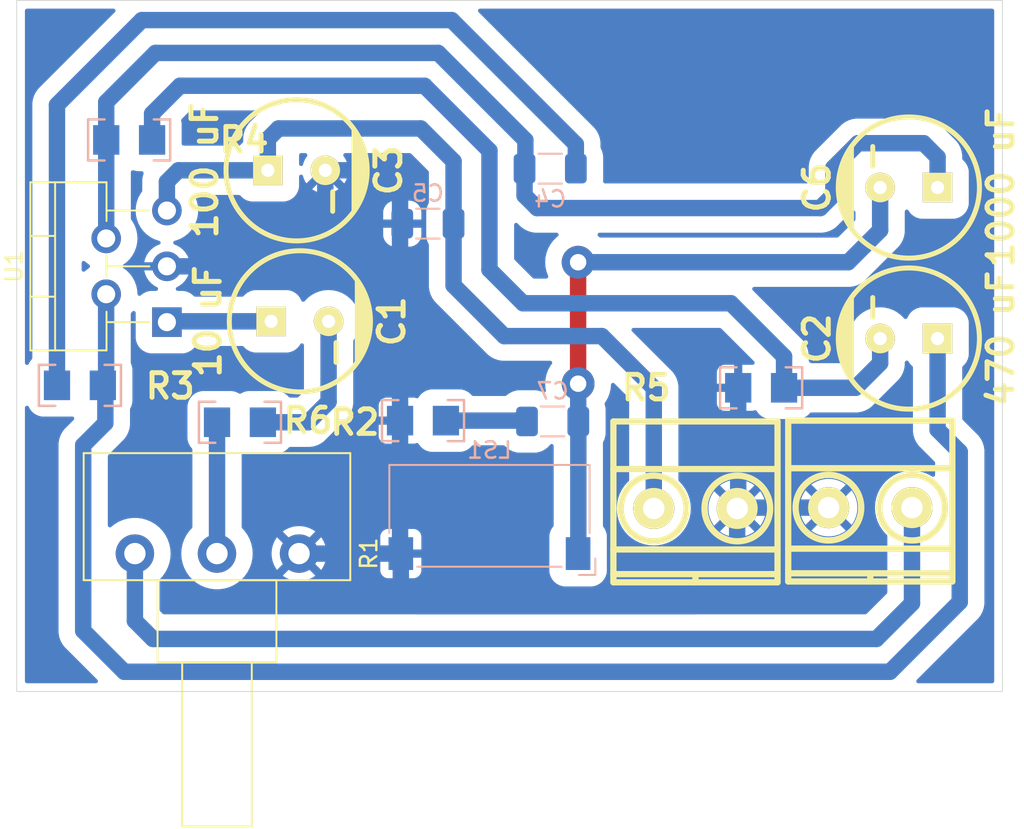
<source format=kicad_pcb>
(kicad_pcb (version 20240108) (generator "pcbnew") (generator_version "8.0")
  (layers (0 "F.Cu" signal) (31 "B.Cu" signal) (34 "B.Paste" user) (35 "F.Paste" user) (36 "B.SilkS" user "B.Silkscreen") (37 "F.SilkS" user "F.Silkscreen") (38 "B.Mask" user) (39 "F.Mask" user) (44 "Edge.Cuts" user))
  (net 0 "")
  (net 1 "Net-(C1-Pad2)")
  (net 2 "Net-(U1--)")
  (net 3 "Net-(C2-Pad2)")
  (net 4 "GND")
  (net 5 "Net-(J2-Pin_1)")
  (net 6 "Net-(C4-Pad2)")
  (net 7 "Net-(U1-+)")
  (net 8 "Net-(C4-Pad1)")
  (net 9 "Net-(C6-Pad2)")
  (net 10 "Net-(C7-Pad2)")
  (net 11 "Net-(J1-Pin_2)")
  (net 12 "Net-(R1-Pad2)")
  (footprint "EESTN5:CAP_ELEC_8x11.5mm" (layer "F.Cu") (at 110.3 76.85 90)
    (property "Reference" "C6" (at 0 -5.6 270) (layer "F.SilkS") (effects (font (size 1.524 1.524) (thickness 0.3048))))
    (property "Value" "1000 uF" (at 0 5.6 270) (layer "F.SilkS") (effects (font (size 1.524 1.524) (thickness 0.3048))))
    (fp_line (start -0.8 -4.1) (end 0.9 -4.1) (stroke (width 0.3048)) (layer "F.SilkS"))
    (fp_line (start -1.4 -3.9) (end 1.4 -3.9) (stroke (width 0.3048)) (layer "F.SilkS"))
    (fp_line (start -1.8 -3.7) (end 1.8 -3.7) (stroke (width 0.3048)) (layer "F.SilkS"))
    (fp_line (start -2.4 -3.5) (end 2.4 -3.5) (stroke (width 0.3048)) (layer "F.SilkS"))
    (fp_line (start 1.3 -2.2) (end 2.5 -2.2) (stroke (width 0.3)) (layer "F.SilkS"))
    (fp_circle (center 0 0) (end -4.3 0) (stroke (width 0.3048)) (fill none) (layer "F.SilkS"))
    (pad "1" thru_hole rect (at 0 1.75 90) (size 1.8 1.8) (drill 0.8) (layers "*.Cu" "*.Mask" "F.SilkS") (net 8 "Net-(C4-Pad1)"))
    (pad "2" thru_hole circle (at 0 -1.75 90) (size 1.8 1.8) (drill 0.8) (layers "*.Cu" "*.Mask" "F.SilkS") (net 9 "Net-(C6-Pad2)"))
  )
  (footprint "EESTN5:CAP_ELEC_8x11.5mm" (layer "F.Cu") (at 73.2 85 -90)
    (property "Reference" "C1" (at 0 -5.6 90) (layer "F.SilkS") (effects (font (size 1.524 1.524) (thickness 0.3048))))
    (property "Value" "10 uF" (at 0 5.6 90) (layer "F.SilkS") (effects (font (size 1.524 1.524) (thickness 0.3048))))
    (fp_line (start 1.3 -2.2) (end 2.5 -2.2) (stroke (width 0.3)) (layer "F.SilkS"))
    (fp_line (start -2.4 -3.5) (end 2.4 -3.5) (stroke (width 0.3048)) (layer "F.SilkS"))
    (fp_line (start -1.8 -3.7) (end 1.8 -3.7) (stroke (width 0.3048)) (layer "F.SilkS"))
    (fp_line (start -1.4 -3.9) (end 1.4 -3.9) (stroke (width 0.3048)) (layer "F.SilkS"))
    (fp_line (start -0.8 -4.1) (end 0.9 -4.1) (stroke (width 0.3048)) (layer "F.SilkS"))
    (fp_circle (center 0 0) (end -4.3 0) (stroke (width 0.3048)) (fill none) (layer "F.SilkS"))
    (pad "1" thru_hole rect (at 0 1.75 270) (size 1.8 1.8) (drill 0.8) (layers "*.Cu" "*.Mask" "F.SilkS") (net 7 "Net-(U1-+)"))
    (pad "2" thru_hole circle (at 0 -1.75 270) (size 1.8 1.8) (drill 0.8) (layers "*.Cu" "*.Mask" "F.SilkS") (net 1 "Net-(C1-Pad2)"))
  )
  (footprint "EESTN5:BORNERA2" (layer "F.Cu") (at 107.95 96.35)
    (property "Reference" "J1" (hide yes))
    (property "Value" "Screw_Terminal_01x02" (hide yes))
    (fp_line (start -5 -5.3) (end -5 4.5) (stroke (width 0.381)) (layer "F.SilkS"))
    (fp_line (start -5 -2.4) (end 5 -2.4) (stroke (width 0.381)) (layer "F.SilkS"))
    (fp_line (start -5 2.5) (end 5 2.5) (stroke (width 0.381)) (layer "F.SilkS"))
    (fp_line (start -5 4) (end 5 4) (stroke (width 0.381)) (layer "F.SilkS"))
    (fp_line (start -5 4.5) (end 5 4.5) (stroke (width 0.381)) (layer "F.SilkS"))
    (fp_line (start 0 4) (end 0 4.5) (stroke (width 0.381)) (layer "F.SilkS"))
    (fp_line (start 5 -5.3) (end -5 -5.3) (stroke (width 0.381)) (layer "F.SilkS"))
    (fp_line (start 5 4.5) (end 5 -5.3) (stroke (width 0.381)) (layer "F.SilkS"))
    (fp_circle (center -2.55 0) (end -0.55 0) (stroke (width 0.381)) (fill none) (layer "F.SilkS"))
    (fp_circle (center 2.55 0) (end 0.55 0) (stroke (width 0.381)) (fill none) (layer "F.SilkS"))
    (pad "1" thru_hole circle (at -2.54 0) (size 2.5 2.5) (drill 1.3) (layers "*.Cu" "*.Mask" "F.SilkS") (net 4 "GND"))
    (pad "2" thru_hole circle (at 2.54 0) (size 2.5 2.5) (drill 1.3) (layers "*.Cu" "*.Mask" "F.SilkS") (net 11 "Net-(J1-Pin_2)"))
  )
  (footprint "Package_TO_SOT_THT:TO-220-5_P3.4x3.7mm_StaggerOdd_Lead3.8mm_Vertical" (layer "F.Cu") (at 65.1 85.05 90)
    (property "Reference" "U1" (at 3.4 -9.32 270) (layer "F.SilkS"))
    (property "Value" "TDA2003")
    (fp_line (start 8.52 -8.32) (end 8.52 -3.679) (stroke (width 0.12)) (layer "F.SilkS"))
    (fp_line (start 5.25 -8.32) (end 5.25 -6.811) (stroke (width 0.12)) (layer "F.SilkS"))
    (fp_line (start 1.55 -8.32) (end 1.55 -6.811) (stroke (width 0.12)) (layer "F.SilkS"))
    (fp_line (start -1.721 -8.32) (end 8.52 -8.32) (stroke (width 0.12)) (layer "F.SilkS"))
    (fp_line (start -1.721 -8.32) (end -1.721 -3.679) (stroke (width 0.12)) (layer "F.SilkS"))
    (fp_line (start -1.721 -6.811) (end 8.52 -6.811) (stroke (width 0.12)) (layer "F.SilkS"))
    (fp_line (start 6.8 -3.679) (end 6.8 -1.065) (stroke (width 0.12)) (layer "F.SilkS"))
    (fp_line (start 6.165 -3.679) (end 8.52 -3.679) (stroke (width 0.12)) (layer "F.SilkS"))
    (fp_line (start 3.4 -3.679) (end 3.4 -1.065) (stroke (width 0.12)) (layer "F.SilkS"))
    (fp_line (start 2.765 -3.679) (end 4.035 -3.679) (stroke (width 0.12)) (layer "F.SilkS"))
    (fp_line (start 0 -3.679) (end 0 -1.049) (stroke (width 0.12)) (layer "F.SilkS"))
    (fp_line (start -1.721 -3.679) (end 0.635 -3.679) (stroke (width 0.12)) (layer "F.SilkS"))
    (pad "1" thru_hole rect (at 0 0 90) (size 1.8 1.8) (drill 1.1) (layers "*.Cu" "*.Mask") (net 7 "Net-(U1-+)"))
    (pad "2" thru_hole oval (at 1.7 -3.7 90) (size 1.8 1.8) (drill 1.1) (layers "*.Cu" "*.Mask") (net 2 "Net-(U1--)"))
    (pad "3" thru_hole oval (at 3.4 0 90) (size 1.8 1.8) (drill 1.1) (layers "*.Cu" "*.Mask") (net 4 "GND"))
    (pad "4" thru_hole oval (at 5.1 -3.7 90) (size 1.8 1.8) (drill 1.1) (layers "*.Cu" "*.Mask") (net 8 "Net-(C4-Pad1)"))
    (pad "5" thru_hole oval (at 6.8 0 90) (size 1.8 1.8) (drill 1.1) (layers "*.Cu" "*.Mask") (net 5 "Net-(J2-Pin_1)"))
  )
  (footprint "Potentiometer_THT:Potentiometer_Piher_T-16H_Single_Horizontal" (layer "F.Cu") (at 63.15 99.15 -90)
    (property "Reference" "R1" (at 0 -14.25 90) (layer "F.SilkS"))
    (property "Value" "POT")
    (fp_line (start -6.12 3.12) (end 1.62 3.12) (stroke (width 0.12)) (layer "F.SilkS"))
    (fp_line (start 1.62 -1.38) (end 6.62 -1.38) (stroke (width 0.12)) (layer "F.SilkS"))
    (fp_line (start 6.62 -2.88) (end 16.62 -2.88) (stroke (width 0.12)) (layer "F.SilkS"))
    (fp_line (start 6.62 -7.12) (end 6.62 -2.88) (stroke (width 0.12)) (layer "F.SilkS"))
    (fp_line (start 6.62 -7.12) (end 16.62 -7.12) (stroke (width 0.12)) (layer "F.SilkS"))
    (fp_line (start 16.62 -7.12) (end 16.62 -2.88) (stroke (width 0.12)) (layer "F.SilkS"))
    (fp_line (start 1.62 -8.62) (end 1.62 -1.38) (stroke (width 0.12)) (layer "F.SilkS"))
    (fp_line (start 1.62 -8.62) (end 6.62 -8.62) (stroke (width 0.12)) (layer "F.SilkS"))
    (fp_line (start 6.62 -8.62) (end 6.62 -1.38) (stroke (width 0.12)) (layer "F.SilkS"))
    (fp_line (start -6.12 -13.12) (end -6.12 3.12) (stroke (width 0.12)) (layer "F.SilkS"))
    (fp_line (start -6.12 -13.12) (end 1.62 -13.12) (stroke (width 0.12)) (layer "F.SilkS"))
    (fp_line (start 1.62 -13.12) (end 1.62 3.12) (stroke (width 0.12)) (layer "F.SilkS"))
    (pad "1" thru_hole circle (at 0 0 270) (size 2.34 2.34) (drill 1.3) (layers "*.Cu" "*.Mask") (net 11 "Net-(J1-Pin_2)"))
    (pad "2" thru_hole circle (at 0 -5 270) (size 2.34 2.34) (drill 1.3) (layers "*.Cu" "*.Mask") (net 12 "Net-(R1-Pad2)"))
    (pad "3" thru_hole circle (at 0 -10 270) (size 2.34 2.34) (drill 1.3) (layers "*.Cu" "*.Mask") (net 4 "GND"))
  )
  (footprint "EESTN5:CAP_ELEC_8x11.5mm" (layer "F.Cu") (at 110.3 86.05 90)
    (property "Reference" "C2" (at 0 -5.6 270) (layer "F.SilkS") (effects (font (size 1.524 1.524) (thickness 0.3048))))
    (property "Value" "470 uF" (at 0 5.6 270) (layer "F.SilkS") (effects (font (size 1.524 1.524) (thickness 0.3048))))
    (fp_line (start -0.8 -4.1) (end 0.9 -4.1) (stroke (width 0.3048)) (layer "F.SilkS"))
    (fp_line (start -1.4 -3.9) (end 1.4 -3.9) (stroke (width 0.3048)) (layer "F.SilkS"))
    (fp_line (start -1.8 -3.7) (end 1.8 -3.7) (stroke (width 0.3048)) (layer "F.SilkS"))
    (fp_line (start -2.4 -3.5) (end 2.4 -3.5) (stroke (width 0.3048)) (layer "F.SilkS"))
    (fp_line (start 1.3 -2.2) (end 2.5 -2.2) (stroke (width 0.3)) (layer "F.SilkS"))
    (fp_circle (center 0 0) (end -4.3 0) (stroke (width 0.3048)) (fill none) (layer "F.SilkS"))
    (pad "1" thru_hole rect (at 0 1.75 90) (size 1.8 1.8) (drill 0.8) (layers "*.Cu" "*.Mask" "F.SilkS") (net 2 "Net-(U1--)"))
    (pad "2" thru_hole circle (at 0 -1.75 90) (size 1.8 1.8) (drill 0.8) (layers "*.Cu" "*.Mask" "F.SilkS") (net 3 "Net-(C2-Pad2)"))
  )
  (footprint "EESTN5:CAP_ELEC_8x11.5mm" (layer "F.Cu") (at 73 75.8 -90)
    (property "Reference" "C3" (at 0 -5.6 90) (layer "F.SilkS") (effects (font (size 1.524 1.524) (thickness 0.3048))))
    (property "Value" "100 uF" (at 0 5.6 90) (layer "F.SilkS") (effects (font (size 1.524 1.524) (thickness 0.3048))))
    (fp_line (start 1.3 -2.2) (end 2.5 -2.2) (stroke (width 0.3)) (layer "F.SilkS"))
    (fp_line (start -2.4 -3.5) (end 2.4 -3.5) (stroke (width 0.3048)) (layer "F.SilkS"))
    (fp_line (start -1.8 -3.7) (end 1.8 -3.7) (stroke (width 0.3048)) (layer "F.SilkS"))
    (fp_line (start -1.4 -3.9) (end 1.4 -3.9) (stroke (width 0.3048)) (layer "F.SilkS"))
    (fp_line (start -0.8 -4.1) (end 0.9 -4.1) (stroke (width 0.3048)) (layer "F.SilkS"))
    (fp_circle (center 0 0) (end -4.3 0) (stroke (width 0.3048)) (fill none) (layer "F.SilkS"))
    (pad "1" thru_hole rect (at 0 1.75 270) (size 1.8 1.8) (drill 0.8) (layers "*.Cu" "*.Mask" "F.SilkS") (net 5 "Net-(J2-Pin_1)"))
    (pad "2" thru_hole circle (at 0 -1.75 270) (size 1.8 1.8) (drill 0.8) (layers "*.Cu" "*.Mask" "F.SilkS") (net 4 "GND"))
  )
  (footprint "EESTN5:BORNERA2" (layer "F.Cu") (at 97.3 96.4)
    (property "Reference" "J2" (hide yes))
    (property "Value" "Screw_Terminal_01x02" (hide yes))
    (fp_line (start -5 -5.3) (end -5 4.5) (stroke (width 0.381)) (layer "F.SilkS"))
    (fp_line (start -5 -2.4) (end 5 -2.4) (stroke (width 0.381)) (layer "F.SilkS"))
    (fp_line (start -5 2.5) (end 5 2.5) (stroke (width 0.381)) (layer "F.SilkS"))
    (fp_line (start -5 4) (end 5 4) (stroke (width 0.381)) (layer "F.SilkS"))
    (fp_line (start -5 4.5) (end 5 4.5) (stroke (width 0.381)) (layer "F.SilkS"))
    (fp_line (start 0 4) (end 0 4.5) (stroke (width 0.381)) (layer "F.SilkS"))
    (fp_line (start 5 -5.3) (end -5 -5.3) (stroke (width 0.381)) (layer "F.SilkS"))
    (fp_line (start 5 4.5) (end 5 -5.3) (stroke (width 0.381)) (layer "F.SilkS"))
    (fp_circle (center -2.55 0) (end -0.55 0) (stroke (width 0.381)) (fill none) (layer "F.SilkS"))
    (fp_circle (center 2.55 0) (end 0.55 0) (stroke (width 0.381)) (fill none) (layer "F.SilkS"))
    (pad "1" thru_hole circle (at -2.54 0) (size 2.5 2.5) (drill 1.3) (layers "*.Cu" "*.Mask" "F.SilkS") (net 5 "Net-(J2-Pin_1)"))
    (pad "2" thru_hole circle (at 2.54 0) (size 2.5 2.5) (drill 1.3) (layers "*.Cu" "*.Mask" "F.SilkS") (net 4 "GND"))
  )
  (footprint "Capacitor_SMD:C_1206_3216Metric_Pad1.33x1.80mm_HandSolder" (layer "B.Cu") (at 88.45 75.7)
    (property "Reference" "C4" (at 0 1.85 360) (layer "B.SilkS") (effects (justify mirror)))
    (property "Value" "39 nF")
    (fp_line (start 0.711252 -0.91) (end -0.711252 -0.91) (stroke (width 0.12)) (layer "B.SilkS"))
    (fp_line (start 0.711252 0.91) (end -0.711252 0.91) (stroke (width 0.12)) (layer "B.SilkS"))
    (pad "1" smd roundrect (at -1.5625 0) (size 1.325 1.8) (layers "B.Cu" "B.Paste" "B.Mask") (roundrect_rratio 0.188679) (net 8 "Net-(C4-Pad1)"))
    (pad "2" smd roundrect (at 1.5625 0) (size 1.325 1.8) (layers "B.Cu" "B.Paste" "B.Mask") (roundrect_rratio 0.188679) (net 6 "Net-(C4-Pad2)"))
  )
  (footprint "EESTN5:R_1206" (layer "B.Cu") (at 62.8 73.95 180)
    (property "Reference" "R4" (at -7 0 180) (layer "F.SilkS") (effects (font (size 1.5 1.5) (thickness 0.3))))
    (property "Value" "220" (hide yes))
    (fp_line (start 2.5 1.25) (end 2.5 -1.25) (stroke (width 0.15)) (layer "B.SilkS"))
    (fp_line (start 2.5 1.25) (end 1.5 1.25) (stroke (width 0.15)) (layer "B.SilkS"))
    (fp_line (start 2.5 -1.25) (end 1.5 -1.25) (stroke (width 0.15)) (layer "B.SilkS"))
    (fp_line (start -1.5 -1.25) (end -2.5 -1.25) (stroke (width 0.15)) (layer "B.SilkS"))
    (fp_line (start -2.5 1.25) (end -1.5 1.25) (stroke (width 0.15)) (layer "B.SilkS"))
    (fp_line (start -2.5 -1.25) (end -2.5 1.25) (stroke (width 0.15)) (layer "B.SilkS"))
    (pad "1" smd rect (at 1.397 0 180) (size 1.6002 1.8034) (layers "B.Cu" "B.Paste" "B.Mask") (net 8 "Net-(C4-Pad1)"))
    (pad "2" smd rect (at -1.397 0 180) (size 1.6002 1.8034) (layers "B.Cu" "B.Paste" "B.Mask") (net 3 "Net-(C2-Pad2)"))
  )
  (footprint "EESTN5:R_1206" (layer "B.Cu") (at 69.55 91.15 180)
    (property "Reference" "R2" (at -7 0 180) (layer "F.SilkS") (effects (font (size 1.5 1.5) (thickness 0.3))))
    (property "Value" "1k" (hide yes))
    (fp_line (start 2.5 1.25) (end 2.5 -1.25) (stroke (width 0.15)) (layer "B.SilkS"))
    (fp_line (start 2.5 1.25) (end 1.5 1.25) (stroke (width 0.15)) (layer "B.SilkS"))
    (fp_line (start 2.5 -1.25) (end 1.5 -1.25) (stroke (width 0.15)) (layer "B.SilkS"))
    (fp_line (start -1.5 -1.25) (end -2.5 -1.25) (stroke (width 0.15)) (layer "B.SilkS"))
    (fp_line (start -2.5 1.25) (end -1.5 1.25) (stroke (width 0.15)) (layer "B.SilkS"))
    (fp_line (start -2.5 -1.25) (end -2.5 1.25) (stroke (width 0.15)) (layer "B.SilkS"))
    (pad "1" smd rect (at 1.397 0 180) (size 1.6002 1.8034) (layers "B.Cu" "B.Paste" "B.Mask") (net 12 "Net-(R1-Pad2)"))
    (pad "2" smd rect (at -1.397 0 180) (size 1.6002 1.8034) (layers "B.Cu" "B.Paste" "B.Mask") (net 1 "Net-(C1-Pad2)"))
  )
  (footprint "Buzzer_Beeper:Speaker_CUI_CMR-1206S-67" (layer "B.Cu") (at 84.75 96.85 180)
    (property "Reference" "LS1" (at 0 4 180) (layer "B.SilkS") (effects (justify mirror)))
    (property "Value" "Speaker")
    (fp_line (start 6.1 3.1) (end -6.1 3.1) (stroke (width 0.12)) (layer "B.SilkS"))
    (fp_line (start 6.1 -1.05) (end 6.1 3.1) (stroke (width 0.12)) (layer "B.SilkS"))
    (fp_line (start -4.4 -3.1) (end 4.4 -3.1) (stroke (width 0.12)) (layer "B.SilkS"))
    (fp_line (start -5.45 -3.6) (end -6.45 -3.6) (stroke (width 0.12)) (layer "B.SilkS"))
    (fp_line (start -6.1 3.1) (end -6.1 -1.05) (stroke (width 0.12)) (layer "B.SilkS"))
    (fp_line (start -6.45 -3.6) (end -6.45 -2.6) (stroke (width 0.12)) (layer "B.SilkS"))
    (pad "1" smd rect (at -5.4 -2.3) (size 1.5 2) (layers "B.Cu" "B.Mask") (net 9 "Net-(C6-Pad2)"))
    (pad "2" smd rect (at 5.4 -2.3) (size 1.5 2) (layers "B.Cu" "B.Mask") (net 4 "GND"))
  )
  (footprint "Capacitor_SMD:C_1206_3216Metric_Pad1.33x1.80mm_HandSolder" (layer "B.Cu") (at 81 79.05 180)
    (property "Reference" "C5" (at 0 1.85 180) (layer "B.SilkS") (effects (justify mirror)))
    (property "Value" "100 nF")
    (fp_line (start 0.711252 0.91) (end -0.711252 0.91) (stroke (width 0.12)) (layer "B.SilkS"))
    (fp_line (start 0.711252 -0.91) (end -0.711252 -0.91) (stroke (width 0.12)) (layer "B.SilkS"))
    (pad "1" smd roundrect (at -1.5625 0 180) (size 1.325 1.8) (layers "B.Cu" "B.Paste" "B.Mask") (roundrect_rratio 0.188679) (net 5 "Net-(J2-Pin_1)"))
    (pad "2" smd roundrect (at 1.5625 0 180) (size 1.325 1.8) (layers "B.Cu" "B.Paste" "B.Mask") (roundrect_rratio 0.188679) (net 4 "GND"))
  )
  (footprint "EESTN5:R_1206" (layer "B.Cu") (at 80.7 91.05)
    (property "Reference" "R6" (at -7 0 360) (layer "F.SilkS") (effects (font (size 1.5 1.5) (thickness 0.3))))
    (property "Value" "1" (hide yes))
    (fp_line (start -2.5 -1.25) (end -2.5 1.25) (stroke (width 0.15)) (layer "B.SilkS"))
    (fp_line (start -2.5 1.25) (end -1.5 1.25) (stroke (width 0.15)) (layer "B.SilkS"))
    (fp_line (start -1.5 -1.25) (end -2.5 -1.25) (stroke (width 0.15)) (layer "B.SilkS"))
    (fp_line (start 2.5 -1.25) (end 1.5 -1.25) (stroke (width 0.15)) (layer "B.SilkS"))
    (fp_line (start 2.5 1.25) (end 1.5 1.25) (stroke (width 0.15)) (layer "B.SilkS"))
    (fp_line (start 2.5 1.25) (end 2.5 -1.25) (stroke (width 0.15)) (layer "B.SilkS"))
    (pad "1" smd rect (at 1.397 0) (size 1.6002 1.8034) (layers "B.Cu" "B.Paste" "B.Mask") (net 10 "Net-(C7-Pad2)"))
    (pad "2" smd rect (at -1.397 0) (size 1.6002 1.8034) (layers "B.Cu" "B.Paste" "B.Mask") (net 4 "GND"))
  )
  (footprint "EESTN5:R_1206" (layer "B.Cu") (at 59.8 88.9 180)
    (property "Reference" "R3" (at -5.5 -0.05 -180) (layer "F.SilkS") (effects (font (size 1.5 1.5) (thickness 0.3))))
    (property "Value" "39" (hide yes))
    (fp_line (start 2.5 1.25) (end 2.5 -1.25) (stroke (width 0.15)) (layer "B.SilkS"))
    (fp_line (start 2.5 1.25) (end 1.5 1.25) (stroke (width 0.15)) (layer "B.SilkS"))
    (fp_line (start 2.5 -1.25) (end 1.5 -1.25) (stroke (width 0.15)) (layer "B.SilkS"))
    (fp_line (start -1.5 -1.25) (end -2.5 -1.25) (stroke (width 0.15)) (layer "B.SilkS"))
    (fp_line (start -2.5 1.25) (end -1.5 1.25) (stroke (width 0.15)) (layer "B.SilkS"))
    (fp_line (start -2.5 -1.25) (end -2.5 1.25) (stroke (width 0.15)) (layer "B.SilkS"))
    (pad "1" smd rect (at 1.397 0 180) (size 1.6002 1.8034) (layers "B.Cu" "B.Paste" "B.Mask") (net 6 "Net-(C4-Pad2)"))
    (pad "2" smd rect (at -1.397 0 180) (size 1.6002 1.8034) (layers "B.Cu" "B.Paste" "B.Mask") (net 2 "Net-(U1--)"))
  )
  (footprint "Capacitor_SMD:C_1206_3216Metric_Pad1.33x1.80mm_HandSolder" (layer "B.Cu") (at 88.6 91.1 180)
    (property "Reference" "C7" (at 0 1.85 180) (layer "B.SilkS") (effects (justify mirror)))
    (property "Value" "100 nF")
    (fp_line (start 0.711252 0.91) (end -0.711252 0.91) (stroke (width 0.12)) (layer "B.SilkS"))
    (fp_line (start 0.711252 -0.91) (end -0.711252 -0.91) (stroke (width 0.12)) (layer "B.SilkS"))
    (pad "1" smd roundrect (at -1.5625 0 180) (size 1.325 1.8) (layers "B.Cu" "B.Paste" "B.Mask") (roundrect_rratio 0.188679) (net 9 "Net-(C6-Pad2)"))
    (pad "2" smd roundrect (at 1.5625 0 180) (size 1.325 1.8) (layers "B.Cu" "B.Paste" "B.Mask") (roundrect_rratio 0.188679) (net 10 "Net-(C7-Pad2)"))
  )
  (footprint "EESTN5:R_1206" (layer "B.Cu") (at 101.3 89.05)
    (property "Reference" "R5" (at -7 0 360) (layer "F.SilkS") (effects (font (size 1.5 1.5) (thickness 0.3))))
    (property "Value" "2.2" (hide yes))
    (fp_line (start -2.5 -1.25) (end -2.5 1.25) (stroke (width 0.15)) (layer "B.SilkS"))
    (fp_line (start -2.5 1.25) (end -1.5 1.25) (stroke (width 0.15)) (layer "B.SilkS"))
    (fp_line (start -1.5 -1.25) (end -2.5 -1.25) (stroke (width 0.15)) (layer "B.SilkS"))
    (fp_line (start 2.5 -1.25) (end 1.5 -1.25) (stroke (width 0.15)) (layer "B.SilkS"))
    (fp_line (start 2.5 1.25) (end 1.5 1.25) (stroke (width 0.15)) (layer "B.SilkS"))
    (fp_line (start 2.5 1.25) (end 2.5 -1.25) (stroke (width 0.15)) (layer "B.SilkS"))
    (pad "1" smd rect (at 1.397 0) (size 1.6002 1.8034) (layers "B.Cu" "B.Paste" "B.Mask") (net 3 "Net-(C2-Pad2)"))
    (pad "2" smd rect (at -1.397 0) (size 1.6002 1.8034) (layers "B.Cu" "B.Paste" "B.Mask") (net 4 "GND"))
  )
  (gr_rect (start 55.95 65.45) (end 116 107.55) (stroke (width 0.05)) (fill none) (layer "Edge.Cuts"))
  (segment (start 73.7 91.15) (end 70.947 91.15) (width 1) (layer "B.Cu") (net 1))
  (segment (start 74.95 85) (end 74.95 89.9) (width 1) (layer "B.Cu") (net 1))
  (segment (start 74.95 89.9) (end 73.7 91.15) (width 1) (layer "B.Cu") (net 1))
  (segment (start 113.4 92.95) (end 113.4 102.1) (width 1) (layer "B.Cu") (net 2))
  (segment (start 60 92.55) (end 61.35 91.2) (width 1) (layer "B.Cu") (net 2))
  (segment (start 61.35 91.2) (end 61.35 88.947) (width 1) (layer "B.Cu") (net 2))
  (segment (start 61.35 88.947) (end 61.397 88.9) (width 1) (layer "B.Cu") (net 2))
  (segment (start 60 103.85) (end 60 92.55) (width 1) (layer "B.Cu") (net 2))
  (segment (start 61.397 88.9) (end 61.397 83.353) (width 1) (layer "B.Cu") (net 2))
  (segment (start 112.05 86.05) (end 112.05 91.6) (width 1) (layer "B.Cu") (net 2))
  (segment (start 62.5 106.35) (end 60 103.85) (width 1) (layer "B.Cu") (net 2))
  (segment (start 109.15 106.35) (end 62.5 106.35) (width 1) (layer "B.Cu") (net 2))
  (segment (start 112.05 91.6) (end 113.4 92.95) (width 1) (layer "B.Cu") (net 2))
  (segment (start 61.397 83.353) (end 61.4 83.35) (width 1) (layer "B.Cu") (net 2))
  (segment (start 113.4 102.1) (end 109.15 106.35) (width 1) (layer "B.Cu") (net 2))
  (segment (start 86.8 83.9) (end 99.4548 83.9) (width 1) (layer "B.Cu") (net 3))
  (segment (start 102.697 87.1422) (end 102.697 89.05) (width 1) (layer "B.Cu") (net 3))
  (segment (start 64.197 72.353) (end 65.9 70.65) (width 1) (layer "B.Cu") (net 3))
  (segment (start 84.75 81.85) (end 86.8 83.9) (width 1) (layer "B.Cu") (net 3))
  (segment (start 108.55 87.55) (end 107.05 89.05) (width 1) (layer "B.Cu") (net 3))
  (segment (start 108.55 86.05) (end 108.55 87.55) (width 1) (layer "B.Cu") (net 3))
  (segment (start 80.793144 70.65) (end 84.75 74.606856) (width 1) (layer "B.Cu") (net 3))
  (segment (start 84.75 74.606856) (end 84.75 81.85) (width 1) (layer "B.Cu") (net 3))
  (segment (start 64.197 73.95) (end 64.197 72.353) (width 1) (layer "B.Cu") (net 3))
  (segment (start 107.05 89.05) (end 102.697 89.05) (width 1) (layer "B.Cu") (net 3))
  (segment (start 99.4548 83.9) (end 102.697 87.1422) (width 1) (layer "B.Cu") (net 3))
  (segment (start 65.9 70.65) (end 80.793144 70.65) (width 1) (layer "B.Cu") (net 3))
  (segment (start 80.4 102.35) (end 97.25 102.35) (width 1) (layer "B.Cu") (net 4))
  (segment (start 97.25 102.35) (end 99.84 99.76) (width 1) (layer "B.Cu") (net 4))
  (segment (start 99.89 96.35) (end 99.84 96.4) (width 1) (layer "B.Cu") (net 4))
  (segment (start 74.75 75.8) (end 78 75.8) (width 1) (layer "B.Cu") (net 4))
  (segment (start 74.75 80.3) (end 73.4 81.65) (width 1) (layer "B.Cu") (net 4))
  (segment (start 79.303 99.103) (end 79.35 99.15) (width 1) (layer "B.Cu") (net 4))
  (segment (start 99.903 89.05) (end 99.903 96.337) (width 1) (layer "B.Cu") (net 4))
  (segment (start 74.75 75.8) (end 74.75 80.3) (width 1) (layer "B.Cu") (net 4))
  (segment (start 73.4 81.65) (end 65.1 81.65) (width 1) (layer "B.Cu") (net 4))
  (segment (start 78 75.8) (end 79.303 77.103) (width 1) (layer "B.Cu") (net 4))
  (segment (start 99.903 96.337) (end 99.84 96.4) (width 1) (layer "B.Cu") (net 4))
  (segment (start 79.35 101.3) (end 80.4 102.35) (width 1) (layer "B.Cu") (net 4))
  (segment (start 79.35 99.15) (end 73.15 99.15) (width 1) (layer "B.Cu") (net 4))
  (segment (start 99.84 99.76) (end 99.84 96.4) (width 1) (layer "B.Cu") (net 4))
  (segment (start 79.303 77.103) (end 79.303 91.05) (width 1) (layer "B.Cu") (net 4))
  (segment (start 79.35 99.15) (end 79.35 101.3) (width 1) (layer "B.Cu") (net 4))
  (segment (start 105.41 96.35) (end 99.89 96.35) (width 1) (layer "B.Cu") (net 4))
  (segment (start 79.303 91.05) (end 79.303 99.103) (width 1) (layer "B.Cu") (net 4))
  (segment (start 85.65 85.9) (end 91.6 85.9) (width 1) (layer "B.Cu") (net 5))
  (segment (start 71.25 75.8) (end 65.8 75.8) (width 1) (layer "B.Cu") (net 5))
  (segment (start 71.25 73.9) (end 71.25 75.8) (width 1) (layer "B.Cu") (net 5))
  (segment (start 94.76 89.06) (end 94.76 96.4) (width 1) (layer "B.Cu") (net 5))
  (segment (start 65.1 76.5) (end 65.1 78.25) (width 1) (layer "B.Cu") (net 5))
  (segment (start 82.5625 79.05) (end 82.5625 82.8125) (width 1) (layer "B.Cu") (net 5))
  (segment (start 91.6 85.9) (end 94.76 89.06) (width 1) (layer "B.Cu") (net 5))
  (segment (start 95.41 96.4) (end 95.46 96.35) (width 1) (layer "B.Cu") (net 5))
  (segment (start 94.76 96.4) (end 95.41 96.4) (width 1) (layer "B.Cu") (net 5))
  (segment (start 82.5625 79.05) (end 82.5625 75.247784) (width 1) (layer "B.Cu") (net 5))
  (segment (start 65.8 75.8) (end 65.1 76.5) (width 1) (layer "B.Cu") (net 5))
  (segment (start 80.564716 73.25) (end 71.9 73.25) (width 1) (layer "B.Cu") (net 5))
  (segment (start 82.5625 82.8125) (end 85.65 85.9) (width 1) (layer "B.Cu") (net 5))
  (segment (start 71.9 73.25) (end 71.25 73.9) (width 1) (layer "B.Cu") (net 5))
  (segment (start 82.5625 75.247784) (end 80.564716 73.25) (width 1) (layer "B.Cu") (net 5))
  (segment (start 63.571572 66.65) (end 58.403 71.818572) (width 1) (layer "B.Cu") (net 6))
  (segment (start 58.1875 88.4845) (end 58.603 88.9) (width 1) (layer "B.Cu") (net 6))
  (segment (start 90.0125 75.7) (end 90.0125 74.2125) (width 1) (layer "B.Cu") (net 6))
  (segment (start 90.0125 74.2125) (end 82.45 66.65) (width 1) (layer "B.Cu") (net 6))
  (segment (start 58.403 71.818572) (end 58.403 88.9) (width 1) (layer "B.Cu") (net 6))
  (segment (start 82.45 66.65) (end 63.571572 66.65) (width 1) (layer "B.Cu") (net 6))
  (segment (start 65.15 85) (end 65.1 85.05) (width 1) (layer "B.Cu") (net 7))
  (segment (start 71.45 85) (end 65.15 85) (width 1) (layer "B.Cu") (net 7))
  (segment (start 81.621572 68.65) (end 64.4 68.65) (width 1) (layer "B.Cu") (net 8))
  (segment (start 64.4 68.65) (end 61.403 71.647) (width 1) (layer "B.Cu") (net 8))
  (segment (start 86.9375 75.65) (end 86.9375 73.965928) (width 1) (layer "B.Cu") (net 8))
  (segment (start 105.7 75.65) (end 107.2 74.15) (width 1) (layer "B.Cu") (net 8))
  (segment (start 86.8875 75.7) (end 86.8875 77.3375) (width 1) (layer "B.Cu") (net 8))
  (segment (start 111.2 74.15) (end 112.05 75) (width 1) (layer "B.Cu") (net 8))
  (segment (start 87.65 78.1) (end 104.9 78.1) (width 1) (layer "B.Cu") (net 8))
  (segment (start 61.403 79.947) (end 61.4 79.95) (width 1) (layer "B.Cu") (net 8))
  (segment (start 61.403 73.95) (end 61.403 79.947) (width 1) (layer "B.Cu") (net 8))
  (segment (start 86.8875 77.3375) (end 87.65 78.1) (width 1) (layer "B.Cu") (net 8))
  (segment (start 105.7 77.3) (end 105.7 75.65) (width 1) (layer "B.Cu") (net 8))
  (segment (start 86.9375 73.965928) (end 81.621572 68.65) (width 1) (layer "B.Cu") (net 8))
  (segment (start 112.05 75) (end 112.05 76.85) (width 1) (layer "B.Cu") (net 8))
  (segment (start 86.8875 75.7) (end 86.9375 75.65) (width 1) (layer "B.Cu") (net 8))
  (segment (start 61.3125 73.8595) (end 61.403 73.95) (width 1) (layer "B.Cu") (net 8))
  (segment (start 107.2 74.15) (end 111.2 74.15) (width 1) (layer "B.Cu") (net 8))
  (segment (start 104.9 78.1) (end 105.7 77.3) (width 1) (layer "B.Cu") (net 8))
  (segment (start 61.403 71.647) (end 61.403 73.95) (width 1) (layer "B.Cu") (net 8))
  (segment (start 90.15 81.4) (end 90.15 88.8) (width 1) (layer "F.Cu") (net 9))
  (via (at 90.15 88.8) (size 2) (drill 1) (layers "F.Cu" "B.Cu") (net 9))
  (via (at 90.15 81.4) (size 2) (drill 1) (layers "F.Cu" "B.Cu") (net 9))
  (segment (start 90.1625 91.1) (end 90.15 88.8) (width 1) (layer "B.Cu") (net 9))
  (segment (start 90.15 88.8) (end 90.1625 88.8) (width 1) (layer "B.Cu") (net 9))
  (segment (start 90.1625 99.1375) (end 90.15 99.15) (width 1) (layer "B.Cu") (net 9))
  (segment (start 106.6 81.4) (end 108.55 79.45) (width 1) (layer "B.Cu") (net 9))
  (segment (start 108.55 79.45) (end 108.55 76.85) (width 1) (layer "B.Cu") (net 9))
  (segment (start 90.15 81.4) (end 106.6 81.4) (width 1) (layer "B.Cu") (net 9))
  (segment (start 90.1625 91.1) (end 90.1625 99.1375) (width 1) (layer "B.Cu") (net 9))
  (segment (start 82.097 91.05) (end 86.4875 91.05) (width 1) (layer "B.Cu") (net 10))
  (segment (start 86.4875 91.05) (end 86.5375 91) (width 1) (layer "B.Cu") (net 10))
  (segment (start 63.15 99.15) (end 63.15 103.25) (width 1) (layer "B.Cu") (net 11))
  (segment (start 108.321572 104.35) (end 110.49 102.181572) (width 1) (layer "B.Cu") (net 11))
  (segment (start 63.15 103.25) (end 64.25 104.35) (width 1) (layer "B.Cu") (net 11))
  (segment (start 110.49 102.181572) (end 110.49 96.35) (width 1) (layer "B.Cu") (net 11))
  (segment (start 64.25 104.35) (end 108.321572 104.35) (width 1) (layer "B.Cu") (net 11))
  (segment (start 68.153 99.147) (end 68.15 99.15) (width 1) (layer "B.Cu") (net 12))
  (segment (start 68.153 91.15) (end 68.153 99.147) (width 1) (layer "B.Cu") (net 12))
  (zone (net 4) (net_name "GND") (layer "B.Cu") (connect_pads (clearance 0.5)) (min_thickness 0.25) (fill yes (thermal_gap 0.5) (thermal_bridge_width 0.5) (island_removal_mode 1) (island_area_min 10))
    (polygon (pts (xy 55.95 65.45) (xy 116 65.45) (xy 116 107.55) (xy 55.95 107.55)))
  )
)
</source>
